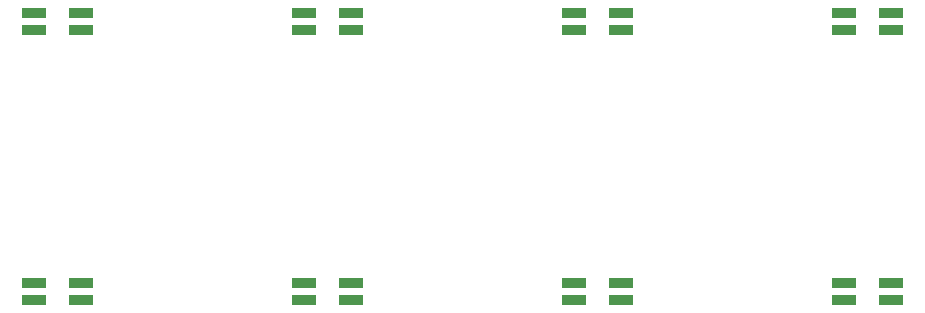
<source format=gbr>
G04 #@! TF.GenerationSoftware,KiCad,Pcbnew,(5.1.4)-1*
G04 #@! TF.CreationDate,2020-02-01T11:21:23-05:00*
G04 #@! TF.ProjectId,bob_ws2811_driver,626f625f-7773-4323-9831-315f64726976,rev?*
G04 #@! TF.SameCoordinates,Original*
G04 #@! TF.FileFunction,Paste,Bot*
G04 #@! TF.FilePolarity,Positive*
%FSLAX46Y46*%
G04 Gerber Fmt 4.6, Leading zero omitted, Abs format (unit mm)*
G04 Created by KiCad (PCBNEW (5.1.4)-1) date 2020-02-01 11:21:23*
%MOMM*%
%LPD*%
G04 APERTURE LIST*
%ADD10R,2.000000X0.899160*%
G04 APERTURE END LIST*
D10*
X109887000Y-52184300D03*
X109887000Y-50685700D03*
X113887000Y-50685700D03*
X113887000Y-52184300D03*
X136747000Y-52184300D03*
X136747000Y-50685700D03*
X132747000Y-50685700D03*
X132747000Y-52184300D03*
X155607000Y-52184300D03*
X155607000Y-50685700D03*
X159607000Y-50685700D03*
X159607000Y-52184300D03*
X182467000Y-52184300D03*
X182467000Y-50685700D03*
X178467000Y-50685700D03*
X178467000Y-52184300D03*
X178467000Y-29324300D03*
X178467000Y-27825700D03*
X182467000Y-27825700D03*
X182467000Y-29324300D03*
X159607000Y-29324300D03*
X159607000Y-27825700D03*
X155607000Y-27825700D03*
X155607000Y-29324300D03*
X132747000Y-29324300D03*
X132747000Y-27825700D03*
X136747000Y-27825700D03*
X136747000Y-29324300D03*
X113887000Y-29324300D03*
X113887000Y-27825700D03*
X109887000Y-27825700D03*
X109887000Y-29324300D03*
M02*

</source>
